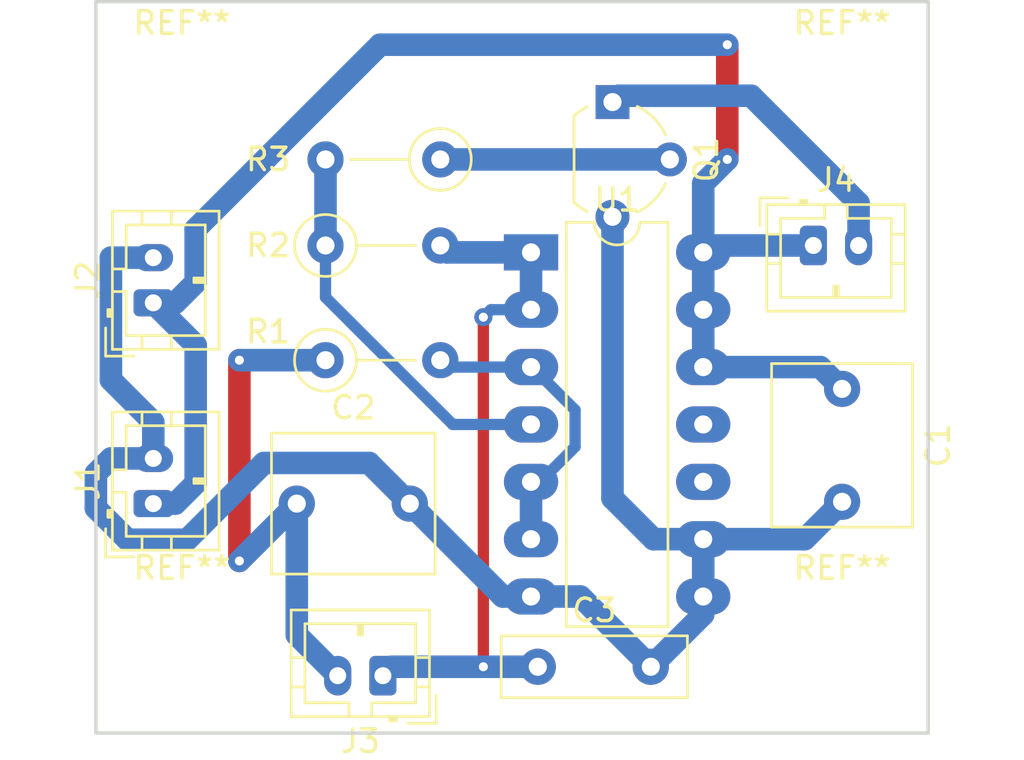
<source format=kicad_pcb>
(kicad_pcb (version 20171130) (host pcbnew 5.0.2-bee76a0~70~ubuntu18.04.1)

  (general
    (thickness 1.6)
    (drawings 4)
    (tracks 81)
    (zones 0)
    (modules 16)
    (nets 11)
  )

  (page A4)
  (layers
    (0 F.Cu signal)
    (31 B.Cu signal)
    (32 B.Adhes user)
    (33 F.Adhes user)
    (34 B.Paste user)
    (35 F.Paste user)
    (36 B.SilkS user)
    (37 F.SilkS user)
    (38 B.Mask user)
    (39 F.Mask user)
    (40 Dwgs.User user)
    (41 Cmts.User user)
    (42 Eco1.User user)
    (43 Eco2.User user)
    (44 Edge.Cuts user)
    (45 Margin user)
    (46 B.CrtYd user)
    (47 F.CrtYd user)
    (48 B.Fab user)
    (49 F.Fab user)
  )

  (setup
    (last_trace_width 1)
    (user_trace_width 0.5)
    (trace_clearance 0.5)
    (zone_clearance 0.508)
    (zone_45_only no)
    (trace_min 0.2)
    (segment_width 0.2)
    (edge_width 0.15)
    (via_size 0.8)
    (via_drill 0.4)
    (via_min_size 0.4)
    (via_min_drill 0.3)
    (uvia_size 0.3)
    (uvia_drill 0.1)
    (uvias_allowed no)
    (uvia_min_size 0.2)
    (uvia_min_drill 0.1)
    (pcb_text_width 0.3)
    (pcb_text_size 1.5 1.5)
    (mod_edge_width 0.15)
    (mod_text_size 1 1)
    (mod_text_width 0.15)
    (pad_size 1.524 1.524)
    (pad_drill 0.762)
    (pad_to_mask_clearance 0.051)
    (solder_mask_min_width 0.25)
    (aux_axis_origin 0 0)
    (visible_elements FFFFFF7F)
    (pcbplotparams
      (layerselection 0x010fc_ffffffff)
      (usegerberextensions false)
      (usegerberattributes false)
      (usegerberadvancedattributes false)
      (creategerberjobfile false)
      (excludeedgelayer true)
      (linewidth 0.100000)
      (plotframeref false)
      (viasonmask false)
      (mode 1)
      (useauxorigin false)
      (hpglpennumber 1)
      (hpglpenspeed 20)
      (hpglpendiameter 15.000000)
      (psnegative false)
      (psa4output false)
      (plotreference true)
      (plotvalue true)
      (plotinvisibletext false)
      (padsonsilk false)
      (subtractmaskfromsilk false)
      (outputformat 1)
      (mirror false)
      (drillshape 0)
      (scaleselection 1)
      (outputdirectory ""))
  )

  (net 0 "")
  (net 1 GND)
  (net 2 +12V)
  (net 3 "Net-(C2-Pad1)")
  (net 4 "Net-(C3-Pad1)")
  (net 5 "Net-(J4-Pad2)")
  (net 6 "Net-(Q1-Pad2)")
  (net 7 "Net-(R1-Pad2)")
  (net 8 "Net-(R2-Pad1)")
  (net 9 "Net-(U1-Pad10)")
  (net 10 "Net-(U1-Pad11)")

  (net_class Default "This is the default net class."
    (clearance 0.5)
    (trace_width 1)
    (via_dia 0.8)
    (via_drill 0.4)
    (uvia_dia 0.3)
    (uvia_drill 0.1)
    (add_net +12V)
    (add_net GND)
    (add_net "Net-(C2-Pad1)")
    (add_net "Net-(C3-Pad1)")
    (add_net "Net-(J4-Pad2)")
    (add_net "Net-(Q1-Pad2)")
    (add_net "Net-(R1-Pad2)")
    (add_net "Net-(R2-Pad1)")
    (add_net "Net-(U1-Pad10)")
    (add_net "Net-(U1-Pad11)")
  )

  (net_class Thin ""
    (clearance 0.5)
    (trace_width 0.5)
    (via_dia 0.8)
    (via_drill 0.4)
    (uvia_dia 0.3)
    (uvia_drill 0.1)
  )

  (module Capacitor_THT:C_Rect_L7.0mm_W6.0mm_P5.00mm (layer F.Cu) (tedit 5AE50EF0) (tstamp 5C60AD3A)
    (at 147.32 97.79 270)
    (descr "C, Rect series, Radial, pin pitch=5.00mm, , length*width=7*6mm^2, Capacitor")
    (tags "C Rect series Radial pin pitch 5.00mm  length 7mm width 6mm Capacitor")
    (path /5C59FB8F)
    (fp_text reference C1 (at 2.5 -4.25 270) (layer F.SilkS)
      (effects (font (size 1 1) (thickness 0.15)))
    )
    (fp_text value 1u (at 2.5 4.25 270) (layer F.Fab)
      (effects (font (size 1 1) (thickness 0.15)))
    )
    (fp_text user %R (at 2.5 0 270) (layer F.Fab)
      (effects (font (size 1 1) (thickness 0.15)))
    )
    (fp_line (start 6.25 -3.25) (end -1.25 -3.25) (layer F.CrtYd) (width 0.05))
    (fp_line (start 6.25 3.25) (end 6.25 -3.25) (layer F.CrtYd) (width 0.05))
    (fp_line (start -1.25 3.25) (end 6.25 3.25) (layer F.CrtYd) (width 0.05))
    (fp_line (start -1.25 -3.25) (end -1.25 3.25) (layer F.CrtYd) (width 0.05))
    (fp_line (start 6.12 -3.12) (end 6.12 3.12) (layer F.SilkS) (width 0.12))
    (fp_line (start -1.12 -3.12) (end -1.12 3.12) (layer F.SilkS) (width 0.12))
    (fp_line (start -1.12 3.12) (end 6.12 3.12) (layer F.SilkS) (width 0.12))
    (fp_line (start -1.12 -3.12) (end 6.12 -3.12) (layer F.SilkS) (width 0.12))
    (fp_line (start 6 -3) (end -1 -3) (layer F.Fab) (width 0.1))
    (fp_line (start 6 3) (end 6 -3) (layer F.Fab) (width 0.1))
    (fp_line (start -1 3) (end 6 3) (layer F.Fab) (width 0.1))
    (fp_line (start -1 -3) (end -1 3) (layer F.Fab) (width 0.1))
    (pad 2 thru_hole circle (at 5 0 270) (size 1.6 1.6) (drill 0.8) (layers *.Cu *.Mask)
      (net 1 GND))
    (pad 1 thru_hole circle (at 0 0 270) (size 1.6 1.6) (drill 0.8) (layers *.Cu *.Mask)
      (net 2 +12V))
    (model ${KISYS3DMOD}/Capacitor_THT.3dshapes/C_Rect_L7.0mm_W6.0mm_P5.00mm.wrl
      (at (xyz 0 0 0))
      (scale (xyz 1 1 1))
      (rotate (xyz 0 0 0))
    )
  )

  (module Capacitor_THT:C_Rect_L7.0mm_W6.0mm_P5.00mm (layer F.Cu) (tedit 5AE50EF0) (tstamp 5C60AEC6)
    (at 123.19 102.87)
    (descr "C, Rect series, Radial, pin pitch=5.00mm, , length*width=7*6mm^2, Capacitor")
    (tags "C Rect series Radial pin pitch 5.00mm  length 7mm width 6mm Capacitor")
    (path /5C59F2C3)
    (fp_text reference C2 (at 2.5 -4.25) (layer F.SilkS)
      (effects (font (size 1 1) (thickness 0.15)))
    )
    (fp_text value 1u (at 2.5 4.25) (layer F.Fab)
      (effects (font (size 1 1) (thickness 0.15)))
    )
    (fp_line (start -1 -3) (end -1 3) (layer F.Fab) (width 0.1))
    (fp_line (start -1 3) (end 6 3) (layer F.Fab) (width 0.1))
    (fp_line (start 6 3) (end 6 -3) (layer F.Fab) (width 0.1))
    (fp_line (start 6 -3) (end -1 -3) (layer F.Fab) (width 0.1))
    (fp_line (start -1.12 -3.12) (end 6.12 -3.12) (layer F.SilkS) (width 0.12))
    (fp_line (start -1.12 3.12) (end 6.12 3.12) (layer F.SilkS) (width 0.12))
    (fp_line (start -1.12 -3.12) (end -1.12 3.12) (layer F.SilkS) (width 0.12))
    (fp_line (start 6.12 -3.12) (end 6.12 3.12) (layer F.SilkS) (width 0.12))
    (fp_line (start -1.25 -3.25) (end -1.25 3.25) (layer F.CrtYd) (width 0.05))
    (fp_line (start -1.25 3.25) (end 6.25 3.25) (layer F.CrtYd) (width 0.05))
    (fp_line (start 6.25 3.25) (end 6.25 -3.25) (layer F.CrtYd) (width 0.05))
    (fp_line (start 6.25 -3.25) (end -1.25 -3.25) (layer F.CrtYd) (width 0.05))
    (fp_text user %R (at 2.5 0) (layer F.Fab)
      (effects (font (size 1 1) (thickness 0.15)))
    )
    (pad 1 thru_hole circle (at 0 0) (size 1.6 1.6) (drill 0.8) (layers *.Cu *.Mask)
      (net 3 "Net-(C2-Pad1)"))
    (pad 2 thru_hole circle (at 5 0) (size 1.6 1.6) (drill 0.8) (layers *.Cu *.Mask)
      (net 1 GND))
    (model ${KISYS3DMOD}/Capacitor_THT.3dshapes/C_Rect_L7.0mm_W6.0mm_P5.00mm.wrl
      (at (xyz 0 0 0))
      (scale (xyz 1 1 1))
      (rotate (xyz 0 0 0))
    )
  )

  (module Capacitor_THT:C_Disc_D8.0mm_W2.5mm_P5.00mm (layer F.Cu) (tedit 5AE50EF0) (tstamp 5C60AE90)
    (at 133.855001 110.095001)
    (descr "C, Disc series, Radial, pin pitch=5.00mm, , diameter*width=8*2.5mm^2, Capacitor, http://cdn-reichelt.de/documents/datenblatt/B300/DS_KERKO_TC.pdf")
    (tags "C Disc series Radial pin pitch 5.00mm  diameter 8mm width 2.5mm Capacitor")
    (path /5C59EFC5)
    (fp_text reference C3 (at 2.5 -2.5) (layer F.SilkS)
      (effects (font (size 1 1) (thickness 0.15)))
    )
    (fp_text value 10n (at 2.5 2.5) (layer F.Fab)
      (effects (font (size 1 1) (thickness 0.15)))
    )
    (fp_line (start -1.5 -1.25) (end -1.5 1.25) (layer F.Fab) (width 0.1))
    (fp_line (start -1.5 1.25) (end 6.5 1.25) (layer F.Fab) (width 0.1))
    (fp_line (start 6.5 1.25) (end 6.5 -1.25) (layer F.Fab) (width 0.1))
    (fp_line (start 6.5 -1.25) (end -1.5 -1.25) (layer F.Fab) (width 0.1))
    (fp_line (start -1.62 -1.37) (end 6.62 -1.37) (layer F.SilkS) (width 0.12))
    (fp_line (start -1.62 1.37) (end 6.62 1.37) (layer F.SilkS) (width 0.12))
    (fp_line (start -1.62 -1.37) (end -1.62 1.37) (layer F.SilkS) (width 0.12))
    (fp_line (start 6.62 -1.37) (end 6.62 1.37) (layer F.SilkS) (width 0.12))
    (fp_line (start -1.75 -1.5) (end -1.75 1.5) (layer F.CrtYd) (width 0.05))
    (fp_line (start -1.75 1.5) (end 6.75 1.5) (layer F.CrtYd) (width 0.05))
    (fp_line (start 6.75 1.5) (end 6.75 -1.5) (layer F.CrtYd) (width 0.05))
    (fp_line (start 6.75 -1.5) (end -1.75 -1.5) (layer F.CrtYd) (width 0.05))
    (fp_text user %R (at 2.5 0) (layer F.Fab)
      (effects (font (size 1 1) (thickness 0.15)))
    )
    (pad 1 thru_hole circle (at 0 0) (size 1.6 1.6) (drill 0.8) (layers *.Cu *.Mask)
      (net 4 "Net-(C3-Pad1)"))
    (pad 2 thru_hole circle (at 5 0) (size 1.6 1.6) (drill 0.8) (layers *.Cu *.Mask)
      (net 1 GND))
    (model ${KISYS3DMOD}/Capacitor_THT.3dshapes/C_Disc_D8.0mm_W2.5mm_P5.00mm.wrl
      (at (xyz 0 0 0))
      (scale (xyz 1 1 1))
      (rotate (xyz 0 0 0))
    )
  )

  (module Connector_JST:JST_PH_B2B-PH-K_1x02_P2.00mm_Vertical (layer F.Cu) (tedit 5B7745C2) (tstamp 5C60AE2C)
    (at 116.84 102.87 90)
    (descr "JST PH series connector, B2B-PH-K (http://www.jst-mfg.com/product/pdf/eng/ePH.pdf), generated with kicad-footprint-generator")
    (tags "connector JST PH side entry")
    (path /5C59E800)
    (fp_text reference J1 (at 1 -2.9 90) (layer F.SilkS)
      (effects (font (size 1 1) (thickness 0.15)))
    )
    (fp_text value "PWR IN" (at 1 4 90) (layer F.Fab)
      (effects (font (size 1 1) (thickness 0.15)))
    )
    (fp_line (start -2.06 -1.81) (end -2.06 2.91) (layer F.SilkS) (width 0.12))
    (fp_line (start -2.06 2.91) (end 4.06 2.91) (layer F.SilkS) (width 0.12))
    (fp_line (start 4.06 2.91) (end 4.06 -1.81) (layer F.SilkS) (width 0.12))
    (fp_line (start 4.06 -1.81) (end -2.06 -1.81) (layer F.SilkS) (width 0.12))
    (fp_line (start -0.3 -1.81) (end -0.3 -2.01) (layer F.SilkS) (width 0.12))
    (fp_line (start -0.3 -2.01) (end -0.6 -2.01) (layer F.SilkS) (width 0.12))
    (fp_line (start -0.6 -2.01) (end -0.6 -1.81) (layer F.SilkS) (width 0.12))
    (fp_line (start -0.3 -1.91) (end -0.6 -1.91) (layer F.SilkS) (width 0.12))
    (fp_line (start 0.5 -1.81) (end 0.5 -1.2) (layer F.SilkS) (width 0.12))
    (fp_line (start 0.5 -1.2) (end -1.45 -1.2) (layer F.SilkS) (width 0.12))
    (fp_line (start -1.45 -1.2) (end -1.45 2.3) (layer F.SilkS) (width 0.12))
    (fp_line (start -1.45 2.3) (end 3.45 2.3) (layer F.SilkS) (width 0.12))
    (fp_line (start 3.45 2.3) (end 3.45 -1.2) (layer F.SilkS) (width 0.12))
    (fp_line (start 3.45 -1.2) (end 1.5 -1.2) (layer F.SilkS) (width 0.12))
    (fp_line (start 1.5 -1.2) (end 1.5 -1.81) (layer F.SilkS) (width 0.12))
    (fp_line (start -2.06 -0.5) (end -1.45 -0.5) (layer F.SilkS) (width 0.12))
    (fp_line (start -2.06 0.8) (end -1.45 0.8) (layer F.SilkS) (width 0.12))
    (fp_line (start 4.06 -0.5) (end 3.45 -0.5) (layer F.SilkS) (width 0.12))
    (fp_line (start 4.06 0.8) (end 3.45 0.8) (layer F.SilkS) (width 0.12))
    (fp_line (start 0.9 2.3) (end 0.9 1.8) (layer F.SilkS) (width 0.12))
    (fp_line (start 0.9 1.8) (end 1.1 1.8) (layer F.SilkS) (width 0.12))
    (fp_line (start 1.1 1.8) (end 1.1 2.3) (layer F.SilkS) (width 0.12))
    (fp_line (start 1 2.3) (end 1 1.8) (layer F.SilkS) (width 0.12))
    (fp_line (start -1.11 -2.11) (end -2.36 -2.11) (layer F.SilkS) (width 0.12))
    (fp_line (start -2.36 -2.11) (end -2.36 -0.86) (layer F.SilkS) (width 0.12))
    (fp_line (start -1.11 -2.11) (end -2.36 -2.11) (layer F.Fab) (width 0.1))
    (fp_line (start -2.36 -2.11) (end -2.36 -0.86) (layer F.Fab) (width 0.1))
    (fp_line (start -1.95 -1.7) (end -1.95 2.8) (layer F.Fab) (width 0.1))
    (fp_line (start -1.95 2.8) (end 3.95 2.8) (layer F.Fab) (width 0.1))
    (fp_line (start 3.95 2.8) (end 3.95 -1.7) (layer F.Fab) (width 0.1))
    (fp_line (start 3.95 -1.7) (end -1.95 -1.7) (layer F.Fab) (width 0.1))
    (fp_line (start -2.45 -2.2) (end -2.45 3.3) (layer F.CrtYd) (width 0.05))
    (fp_line (start -2.45 3.3) (end 4.45 3.3) (layer F.CrtYd) (width 0.05))
    (fp_line (start 4.45 3.3) (end 4.45 -2.2) (layer F.CrtYd) (width 0.05))
    (fp_line (start 4.45 -2.2) (end -2.45 -2.2) (layer F.CrtYd) (width 0.05))
    (fp_text user %R (at 1 1.5 90) (layer F.Fab)
      (effects (font (size 1 1) (thickness 0.15)))
    )
    (pad 1 thru_hole roundrect (at 0 0 90) (size 1.2 1.75) (drill 0.75) (layers *.Cu *.Mask) (roundrect_rratio 0.208333)
      (net 2 +12V))
    (pad 2 thru_hole oval (at 2 0 90) (size 1.2 1.75) (drill 0.75) (layers *.Cu *.Mask)
      (net 1 GND))
    (model ${KISYS3DMOD}/Connector_JST.3dshapes/JST_PH_B2B-PH-K_1x02_P2.00mm_Vertical.wrl
      (at (xyz 0 0 0))
      (scale (xyz 1 1 1))
      (rotate (xyz 0 0 0))
    )
  )

  (module Connector_JST:JST_PH_B2B-PH-K_1x02_P2.00mm_Vertical (layer F.Cu) (tedit 5B7745C2) (tstamp 5C60AF3D)
    (at 116.84 93.98 90)
    (descr "JST PH series connector, B2B-PH-K (http://www.jst-mfg.com/product/pdf/eng/ePH.pdf), generated with kicad-footprint-generator")
    (tags "connector JST PH side entry")
    (path /5C59E722)
    (fp_text reference J2 (at 1 -2.9 90) (layer F.SilkS)
      (effects (font (size 1 1) (thickness 0.15)))
    )
    (fp_text value "PWR OUT" (at 1 4 90) (layer F.Fab)
      (effects (font (size 1 1) (thickness 0.15)))
    )
    (fp_line (start -2.06 -1.81) (end -2.06 2.91) (layer F.SilkS) (width 0.12))
    (fp_line (start -2.06 2.91) (end 4.06 2.91) (layer F.SilkS) (width 0.12))
    (fp_line (start 4.06 2.91) (end 4.06 -1.81) (layer F.SilkS) (width 0.12))
    (fp_line (start 4.06 -1.81) (end -2.06 -1.81) (layer F.SilkS) (width 0.12))
    (fp_line (start -0.3 -1.81) (end -0.3 -2.01) (layer F.SilkS) (width 0.12))
    (fp_line (start -0.3 -2.01) (end -0.6 -2.01) (layer F.SilkS) (width 0.12))
    (fp_line (start -0.6 -2.01) (end -0.6 -1.81) (layer F.SilkS) (width 0.12))
    (fp_line (start -0.3 -1.91) (end -0.6 -1.91) (layer F.SilkS) (width 0.12))
    (fp_line (start 0.5 -1.81) (end 0.5 -1.2) (layer F.SilkS) (width 0.12))
    (fp_line (start 0.5 -1.2) (end -1.45 -1.2) (layer F.SilkS) (width 0.12))
    (fp_line (start -1.45 -1.2) (end -1.45 2.3) (layer F.SilkS) (width 0.12))
    (fp_line (start -1.45 2.3) (end 3.45 2.3) (layer F.SilkS) (width 0.12))
    (fp_line (start 3.45 2.3) (end 3.45 -1.2) (layer F.SilkS) (width 0.12))
    (fp_line (start 3.45 -1.2) (end 1.5 -1.2) (layer F.SilkS) (width 0.12))
    (fp_line (start 1.5 -1.2) (end 1.5 -1.81) (layer F.SilkS) (width 0.12))
    (fp_line (start -2.06 -0.5) (end -1.45 -0.5) (layer F.SilkS) (width 0.12))
    (fp_line (start -2.06 0.8) (end -1.45 0.8) (layer F.SilkS) (width 0.12))
    (fp_line (start 4.06 -0.5) (end 3.45 -0.5) (layer F.SilkS) (width 0.12))
    (fp_line (start 4.06 0.8) (end 3.45 0.8) (layer F.SilkS) (width 0.12))
    (fp_line (start 0.9 2.3) (end 0.9 1.8) (layer F.SilkS) (width 0.12))
    (fp_line (start 0.9 1.8) (end 1.1 1.8) (layer F.SilkS) (width 0.12))
    (fp_line (start 1.1 1.8) (end 1.1 2.3) (layer F.SilkS) (width 0.12))
    (fp_line (start 1 2.3) (end 1 1.8) (layer F.SilkS) (width 0.12))
    (fp_line (start -1.11 -2.11) (end -2.36 -2.11) (layer F.SilkS) (width 0.12))
    (fp_line (start -2.36 -2.11) (end -2.36 -0.86) (layer F.SilkS) (width 0.12))
    (fp_line (start -1.11 -2.11) (end -2.36 -2.11) (layer F.Fab) (width 0.1))
    (fp_line (start -2.36 -2.11) (end -2.36 -0.86) (layer F.Fab) (width 0.1))
    (fp_line (start -1.95 -1.7) (end -1.95 2.8) (layer F.Fab) (width 0.1))
    (fp_line (start -1.95 2.8) (end 3.95 2.8) (layer F.Fab) (width 0.1))
    (fp_line (start 3.95 2.8) (end 3.95 -1.7) (layer F.Fab) (width 0.1))
    (fp_line (start 3.95 -1.7) (end -1.95 -1.7) (layer F.Fab) (width 0.1))
    (fp_line (start -2.45 -2.2) (end -2.45 3.3) (layer F.CrtYd) (width 0.05))
    (fp_line (start -2.45 3.3) (end 4.45 3.3) (layer F.CrtYd) (width 0.05))
    (fp_line (start 4.45 3.3) (end 4.45 -2.2) (layer F.CrtYd) (width 0.05))
    (fp_line (start 4.45 -2.2) (end -2.45 -2.2) (layer F.CrtYd) (width 0.05))
    (fp_text user %R (at 1 1.5 90) (layer F.Fab)
      (effects (font (size 1 1) (thickness 0.15)))
    )
    (pad 1 thru_hole roundrect (at 0 0 90) (size 1.2 1.75) (drill 0.75) (layers *.Cu *.Mask) (roundrect_rratio 0.208333)
      (net 2 +12V))
    (pad 2 thru_hole oval (at 2 0 90) (size 1.2 1.75) (drill 0.75) (layers *.Cu *.Mask)
      (net 1 GND))
    (model ${KISYS3DMOD}/Connector_JST.3dshapes/JST_PH_B2B-PH-K_1x02_P2.00mm_Vertical.wrl
      (at (xyz 0 0 0))
      (scale (xyz 1 1 1))
      (rotate (xyz 0 0 0))
    )
  )

  (module Connector_JST:JST_PH_B2B-PH-K_1x02_P2.00mm_Vertical (layer F.Cu) (tedit 5B7745C2) (tstamp 5C60AD87)
    (at 127 110.49 180)
    (descr "JST PH series connector, B2B-PH-K (http://www.jst-mfg.com/product/pdf/eng/ePH.pdf), generated with kicad-footprint-generator")
    (tags "connector JST PH side entry")
    (path /5C59E7B8)
    (fp_text reference J3 (at 1 -2.9 180) (layer F.SilkS)
      (effects (font (size 1 1) (thickness 0.15)))
    )
    (fp_text value Switch (at 1 4 180) (layer F.Fab)
      (effects (font (size 1 1) (thickness 0.15)))
    )
    (fp_text user %R (at 1 1.5 180) (layer F.Fab)
      (effects (font (size 1 1) (thickness 0.15)))
    )
    (fp_line (start 4.45 -2.2) (end -2.45 -2.2) (layer F.CrtYd) (width 0.05))
    (fp_line (start 4.45 3.3) (end 4.45 -2.2) (layer F.CrtYd) (width 0.05))
    (fp_line (start -2.45 3.3) (end 4.45 3.3) (layer F.CrtYd) (width 0.05))
    (fp_line (start -2.45 -2.2) (end -2.45 3.3) (layer F.CrtYd) (width 0.05))
    (fp_line (start 3.95 -1.7) (end -1.95 -1.7) (layer F.Fab) (width 0.1))
    (fp_line (start 3.95 2.8) (end 3.95 -1.7) (layer F.Fab) (width 0.1))
    (fp_line (start -1.95 2.8) (end 3.95 2.8) (layer F.Fab) (width 0.1))
    (fp_line (start -1.95 -1.7) (end -1.95 2.8) (layer F.Fab) (width 0.1))
    (fp_line (start -2.36 -2.11) (end -2.36 -0.86) (layer F.Fab) (width 0.1))
    (fp_line (start -1.11 -2.11) (end -2.36 -2.11) (layer F.Fab) (width 0.1))
    (fp_line (start -2.36 -2.11) (end -2.36 -0.86) (layer F.SilkS) (width 0.12))
    (fp_line (start -1.11 -2.11) (end -2.36 -2.11) (layer F.SilkS) (width 0.12))
    (fp_line (start 1 2.3) (end 1 1.8) (layer F.SilkS) (width 0.12))
    (fp_line (start 1.1 1.8) (end 1.1 2.3) (layer F.SilkS) (width 0.12))
    (fp_line (start 0.9 1.8) (end 1.1 1.8) (layer F.SilkS) (width 0.12))
    (fp_line (start 0.9 2.3) (end 0.9 1.8) (layer F.SilkS) (width 0.12))
    (fp_line (start 4.06 0.8) (end 3.45 0.8) (layer F.SilkS) (width 0.12))
    (fp_line (start 4.06 -0.5) (end 3.45 -0.5) (layer F.SilkS) (width 0.12))
    (fp_line (start -2.06 0.8) (end -1.45 0.8) (layer F.SilkS) (width 0.12))
    (fp_line (start -2.06 -0.5) (end -1.45 -0.5) (layer F.SilkS) (width 0.12))
    (fp_line (start 1.5 -1.2) (end 1.5 -1.81) (layer F.SilkS) (width 0.12))
    (fp_line (start 3.45 -1.2) (end 1.5 -1.2) (layer F.SilkS) (width 0.12))
    (fp_line (start 3.45 2.3) (end 3.45 -1.2) (layer F.SilkS) (width 0.12))
    (fp_line (start -1.45 2.3) (end 3.45 2.3) (layer F.SilkS) (width 0.12))
    (fp_line (start -1.45 -1.2) (end -1.45 2.3) (layer F.SilkS) (width 0.12))
    (fp_line (start 0.5 -1.2) (end -1.45 -1.2) (layer F.SilkS) (width 0.12))
    (fp_line (start 0.5 -1.81) (end 0.5 -1.2) (layer F.SilkS) (width 0.12))
    (fp_line (start -0.3 -1.91) (end -0.6 -1.91) (layer F.SilkS) (width 0.12))
    (fp_line (start -0.6 -2.01) (end -0.6 -1.81) (layer F.SilkS) (width 0.12))
    (fp_line (start -0.3 -2.01) (end -0.6 -2.01) (layer F.SilkS) (width 0.12))
    (fp_line (start -0.3 -1.81) (end -0.3 -2.01) (layer F.SilkS) (width 0.12))
    (fp_line (start 4.06 -1.81) (end -2.06 -1.81) (layer F.SilkS) (width 0.12))
    (fp_line (start 4.06 2.91) (end 4.06 -1.81) (layer F.SilkS) (width 0.12))
    (fp_line (start -2.06 2.91) (end 4.06 2.91) (layer F.SilkS) (width 0.12))
    (fp_line (start -2.06 -1.81) (end -2.06 2.91) (layer F.SilkS) (width 0.12))
    (pad 2 thru_hole oval (at 2 0 180) (size 1.2 1.75) (drill 0.75) (layers *.Cu *.Mask)
      (net 3 "Net-(C2-Pad1)"))
    (pad 1 thru_hole roundrect (at 0 0 180) (size 1.2 1.75) (drill 0.75) (layers *.Cu *.Mask) (roundrect_rratio 0.208333)
      (net 4 "Net-(C3-Pad1)"))
    (model ${KISYS3DMOD}/Connector_JST.3dshapes/JST_PH_B2B-PH-K_1x02_P2.00mm_Vertical.wrl
      (at (xyz 0 0 0))
      (scale (xyz 1 1 1))
      (rotate (xyz 0 0 0))
    )
  )

  (module Connector_JST:JST_PH_B2B-PH-K_1x02_P2.00mm_Vertical (layer F.Cu) (tedit 5B7745C2) (tstamp 5C60B333)
    (at 146.05 91.44)
    (descr "JST PH series connector, B2B-PH-K (http://www.jst-mfg.com/product/pdf/eng/ePH.pdf), generated with kicad-footprint-generator")
    (tags "connector JST PH side entry")
    (path /5C59E879)
    (fp_text reference J4 (at 1 -2.9) (layer F.SilkS)
      (effects (font (size 1 1) (thickness 0.15)))
    )
    (fp_text value SSR (at 1 4) (layer F.Fab)
      (effects (font (size 1 1) (thickness 0.15)))
    )
    (fp_text user %R (at 1 1.5) (layer F.Fab)
      (effects (font (size 1 1) (thickness 0.15)))
    )
    (fp_line (start 4.45 -2.2) (end -2.45 -2.2) (layer F.CrtYd) (width 0.05))
    (fp_line (start 4.45 3.3) (end 4.45 -2.2) (layer F.CrtYd) (width 0.05))
    (fp_line (start -2.45 3.3) (end 4.45 3.3) (layer F.CrtYd) (width 0.05))
    (fp_line (start -2.45 -2.2) (end -2.45 3.3) (layer F.CrtYd) (width 0.05))
    (fp_line (start 3.95 -1.7) (end -1.95 -1.7) (layer F.Fab) (width 0.1))
    (fp_line (start 3.95 2.8) (end 3.95 -1.7) (layer F.Fab) (width 0.1))
    (fp_line (start -1.95 2.8) (end 3.95 2.8) (layer F.Fab) (width 0.1))
    (fp_line (start -1.95 -1.7) (end -1.95 2.8) (layer F.Fab) (width 0.1))
    (fp_line (start -2.36 -2.11) (end -2.36 -0.86) (layer F.Fab) (width 0.1))
    (fp_line (start -1.11 -2.11) (end -2.36 -2.11) (layer F.Fab) (width 0.1))
    (fp_line (start -2.36 -2.11) (end -2.36 -0.86) (layer F.SilkS) (width 0.12))
    (fp_line (start -1.11 -2.11) (end -2.36 -2.11) (layer F.SilkS) (width 0.12))
    (fp_line (start 1 2.3) (end 1 1.8) (layer F.SilkS) (width 0.12))
    (fp_line (start 1.1 1.8) (end 1.1 2.3) (layer F.SilkS) (width 0.12))
    (fp_line (start 0.9 1.8) (end 1.1 1.8) (layer F.SilkS) (width 0.12))
    (fp_line (start 0.9 2.3) (end 0.9 1.8) (layer F.SilkS) (width 0.12))
    (fp_line (start 4.06 0.8) (end 3.45 0.8) (layer F.SilkS) (width 0.12))
    (fp_line (start 4.06 -0.5) (end 3.45 -0.5) (layer F.SilkS) (width 0.12))
    (fp_line (start -2.06 0.8) (end -1.45 0.8) (layer F.SilkS) (width 0.12))
    (fp_line (start -2.06 -0.5) (end -1.45 -0.5) (layer F.SilkS) (width 0.12))
    (fp_line (start 1.5 -1.2) (end 1.5 -1.81) (layer F.SilkS) (width 0.12))
    (fp_line (start 3.45 -1.2) (end 1.5 -1.2) (layer F.SilkS) (width 0.12))
    (fp_line (start 3.45 2.3) (end 3.45 -1.2) (layer F.SilkS) (width 0.12))
    (fp_line (start -1.45 2.3) (end 3.45 2.3) (layer F.SilkS) (width 0.12))
    (fp_line (start -1.45 -1.2) (end -1.45 2.3) (layer F.SilkS) (width 0.12))
    (fp_line (start 0.5 -1.2) (end -1.45 -1.2) (layer F.SilkS) (width 0.12))
    (fp_line (start 0.5 -1.81) (end 0.5 -1.2) (layer F.SilkS) (width 0.12))
    (fp_line (start -0.3 -1.91) (end -0.6 -1.91) (layer F.SilkS) (width 0.12))
    (fp_line (start -0.6 -2.01) (end -0.6 -1.81) (layer F.SilkS) (width 0.12))
    (fp_line (start -0.3 -2.01) (end -0.6 -2.01) (layer F.SilkS) (width 0.12))
    (fp_line (start -0.3 -1.81) (end -0.3 -2.01) (layer F.SilkS) (width 0.12))
    (fp_line (start 4.06 -1.81) (end -2.06 -1.81) (layer F.SilkS) (width 0.12))
    (fp_line (start 4.06 2.91) (end 4.06 -1.81) (layer F.SilkS) (width 0.12))
    (fp_line (start -2.06 2.91) (end 4.06 2.91) (layer F.SilkS) (width 0.12))
    (fp_line (start -2.06 -1.81) (end -2.06 2.91) (layer F.SilkS) (width 0.12))
    (pad 2 thru_hole oval (at 2 0) (size 1.2 1.75) (drill 0.75) (layers *.Cu *.Mask)
      (net 5 "Net-(J4-Pad2)"))
    (pad 1 thru_hole roundrect (at 0 0) (size 1.2 1.75) (drill 0.75) (layers *.Cu *.Mask) (roundrect_rratio 0.208333)
      (net 2 +12V))
    (model ${KISYS3DMOD}/Connector_JST.3dshapes/JST_PH_B2B-PH-K_1x02_P2.00mm_Vertical.wrl
      (at (xyz 0 0 0))
      (scale (xyz 1 1 1))
      (rotate (xyz 0 0 0))
    )
  )

  (module Resistor_THT:R_Axial_DIN0207_L6.3mm_D2.5mm_P5.08mm_Vertical (layer F.Cu) (tedit 5AE5139B) (tstamp 5C60AEF8)
    (at 124.46 96.52)
    (descr "Resistor, Axial_DIN0207 series, Axial, Vertical, pin pitch=5.08mm, 0.25W = 1/4W, length*diameter=6.3*2.5mm^2, http://cdn-reichelt.de/documents/datenblatt/B400/1_4W%23YAG.pdf")
    (tags "Resistor Axial_DIN0207 series Axial Vertical pin pitch 5.08mm 0.25W = 1/4W length 6.3mm diameter 2.5mm")
    (path /5C59EB5F)
    (fp_text reference R1 (at -2.54 -1.27) (layer F.SilkS)
      (effects (font (size 1 1) (thickness 0.15)))
    )
    (fp_text value 100k (at 2.54 0.635) (layer F.Fab)
      (effects (font (size 1 1) (thickness 0.15)))
    )
    (fp_circle (center 0 0) (end 1.25 0) (layer F.Fab) (width 0.1))
    (fp_circle (center 0 0) (end 1.37 0) (layer F.SilkS) (width 0.12))
    (fp_line (start 0 0) (end 5.08 0) (layer F.Fab) (width 0.1))
    (fp_line (start 1.37 0) (end 3.98 0) (layer F.SilkS) (width 0.12))
    (fp_line (start -1.5 -1.5) (end -1.5 1.5) (layer F.CrtYd) (width 0.05))
    (fp_line (start -1.5 1.5) (end 6.13 1.5) (layer F.CrtYd) (width 0.05))
    (fp_line (start 6.13 1.5) (end 6.13 -1.5) (layer F.CrtYd) (width 0.05))
    (fp_line (start 6.13 -1.5) (end -1.5 -1.5) (layer F.CrtYd) (width 0.05))
    (fp_text user %R (at 2.54 -2.37) (layer F.Fab)
      (effects (font (size 1 1) (thickness 0.15)))
    )
    (pad 1 thru_hole circle (at 0 0) (size 1.6 1.6) (drill 0.8) (layers *.Cu *.Mask)
      (net 3 "Net-(C2-Pad1)"))
    (pad 2 thru_hole oval (at 5.08 0) (size 1.6 1.6) (drill 0.8) (layers *.Cu *.Mask)
      (net 7 "Net-(R1-Pad2)"))
    (model ${KISYS3DMOD}/Resistor_THT.3dshapes/R_Axial_DIN0207_L6.3mm_D2.5mm_P5.08mm_Vertical.wrl
      (at (xyz 0 0 0))
      (scale (xyz 1 1 1))
      (rotate (xyz 0 0 0))
    )
  )

  (module Resistor_THT:R_Axial_DIN0207_L6.3mm_D2.5mm_P5.08mm_Vertical (layer F.Cu) (tedit 5AE5139B) (tstamp 5C60ADE7)
    (at 124.46 91.44)
    (descr "Resistor, Axial_DIN0207 series, Axial, Vertical, pin pitch=5.08mm, 0.25W = 1/4W, length*diameter=6.3*2.5mm^2, http://cdn-reichelt.de/documents/datenblatt/B400/1_4W%23YAG.pdf")
    (tags "Resistor Axial_DIN0207 series Axial Vertical pin pitch 5.08mm 0.25W = 1/4W length 6.3mm diameter 2.5mm")
    (path /5C59EBF0)
    (fp_text reference R2 (at -2.54 0) (layer F.SilkS)
      (effects (font (size 1 1) (thickness 0.15)))
    )
    (fp_text value 100k (at 2.54 0) (layer F.Fab)
      (effects (font (size 1 1) (thickness 0.15)))
    )
    (fp_text user %R (at 2.54 -2.37) (layer F.Fab)
      (effects (font (size 1 1) (thickness 0.15)))
    )
    (fp_line (start 6.13 -1.5) (end -1.5 -1.5) (layer F.CrtYd) (width 0.05))
    (fp_line (start 6.13 1.5) (end 6.13 -1.5) (layer F.CrtYd) (width 0.05))
    (fp_line (start -1.5 1.5) (end 6.13 1.5) (layer F.CrtYd) (width 0.05))
    (fp_line (start -1.5 -1.5) (end -1.5 1.5) (layer F.CrtYd) (width 0.05))
    (fp_line (start 1.37 0) (end 3.98 0) (layer F.SilkS) (width 0.12))
    (fp_line (start 0 0) (end 5.08 0) (layer F.Fab) (width 0.1))
    (fp_circle (center 0 0) (end 1.37 0) (layer F.SilkS) (width 0.12))
    (fp_circle (center 0 0) (end 1.25 0) (layer F.Fab) (width 0.1))
    (pad 2 thru_hole oval (at 5.08 0) (size 1.6 1.6) (drill 0.8) (layers *.Cu *.Mask)
      (net 4 "Net-(C3-Pad1)"))
    (pad 1 thru_hole circle (at 0 0) (size 1.6 1.6) (drill 0.8) (layers *.Cu *.Mask)
      (net 8 "Net-(R2-Pad1)"))
    (model ${KISYS3DMOD}/Resistor_THT.3dshapes/R_Axial_DIN0207_L6.3mm_D2.5mm_P5.08mm_Vertical.wrl
      (at (xyz 0 0 0))
      (scale (xyz 1 1 1))
      (rotate (xyz 0 0 0))
    )
  )

  (module Resistor_THT:R_Axial_DIN0207_L6.3mm_D2.5mm_P5.08mm_Vertical (layer F.Cu) (tedit 5AE5139B) (tstamp 5C60AD0C)
    (at 129.54 87.63 180)
    (descr "Resistor, Axial_DIN0207 series, Axial, Vertical, pin pitch=5.08mm, 0.25W = 1/4W, length*diameter=6.3*2.5mm^2, http://cdn-reichelt.de/documents/datenblatt/B400/1_4W%23YAG.pdf")
    (tags "Resistor Axial_DIN0207 series Axial Vertical pin pitch 5.08mm 0.25W = 1/4W length 6.3mm diameter 2.5mm")
    (path /5C5A3696)
    (fp_text reference R3 (at 7.62 0 180) (layer F.SilkS)
      (effects (font (size 1 1) (thickness 0.15)))
    )
    (fp_text value 10k (at 2.54 2.37 180) (layer F.Fab)
      (effects (font (size 1 1) (thickness 0.15)))
    )
    (fp_circle (center 0 0) (end 1.25 0) (layer F.Fab) (width 0.1))
    (fp_circle (center 0 0) (end 1.37 0) (layer F.SilkS) (width 0.12))
    (fp_line (start 0 0) (end 5.08 0) (layer F.Fab) (width 0.1))
    (fp_line (start 1.37 0) (end 3.98 0) (layer F.SilkS) (width 0.12))
    (fp_line (start -1.5 -1.5) (end -1.5 1.5) (layer F.CrtYd) (width 0.05))
    (fp_line (start -1.5 1.5) (end 6.13 1.5) (layer F.CrtYd) (width 0.05))
    (fp_line (start 6.13 1.5) (end 6.13 -1.5) (layer F.CrtYd) (width 0.05))
    (fp_line (start 6.13 -1.5) (end -1.5 -1.5) (layer F.CrtYd) (width 0.05))
    (fp_text user %R (at 2.54 -2.37 180) (layer F.Fab)
      (effects (font (size 1 1) (thickness 0.15)))
    )
    (pad 1 thru_hole circle (at 0 0 180) (size 1.6 1.6) (drill 0.8) (layers *.Cu *.Mask)
      (net 6 "Net-(Q1-Pad2)"))
    (pad 2 thru_hole oval (at 5.08 0 180) (size 1.6 1.6) (drill 0.8) (layers *.Cu *.Mask)
      (net 8 "Net-(R2-Pad1)"))
    (model ${KISYS3DMOD}/Resistor_THT.3dshapes/R_Axial_DIN0207_L6.3mm_D2.5mm_P5.08mm_Vertical.wrl
      (at (xyz 0 0 0))
      (scale (xyz 1 1 1))
      (rotate (xyz 0 0 0))
    )
  )

  (module Package_DIP:DIP-14_W7.62mm_LongPads (layer F.Cu) (tedit 5A02E8C5) (tstamp 5C60ACBC)
    (at 133.555001 91.745001)
    (descr "14-lead though-hole mounted DIP package, row spacing 7.62 mm (300 mils), LongPads")
    (tags "THT DIP DIL PDIP 2.54mm 7.62mm 300mil LongPads")
    (path /5C59E9C7)
    (fp_text reference U1 (at 3.81 -2.33) (layer F.SilkS)
      (effects (font (size 1 1) (thickness 0.15)))
    )
    (fp_text value 4011 (at 3.81 17.57) (layer F.Fab)
      (effects (font (size 1 1) (thickness 0.15)))
    )
    (fp_arc (start 3.81 -1.33) (end 2.81 -1.33) (angle -180) (layer F.SilkS) (width 0.12))
    (fp_line (start 1.635 -1.27) (end 6.985 -1.27) (layer F.Fab) (width 0.1))
    (fp_line (start 6.985 -1.27) (end 6.985 16.51) (layer F.Fab) (width 0.1))
    (fp_line (start 6.985 16.51) (end 0.635 16.51) (layer F.Fab) (width 0.1))
    (fp_line (start 0.635 16.51) (end 0.635 -0.27) (layer F.Fab) (width 0.1))
    (fp_line (start 0.635 -0.27) (end 1.635 -1.27) (layer F.Fab) (width 0.1))
    (fp_line (start 2.81 -1.33) (end 1.56 -1.33) (layer F.SilkS) (width 0.12))
    (fp_line (start 1.56 -1.33) (end 1.56 16.57) (layer F.SilkS) (width 0.12))
    (fp_line (start 1.56 16.57) (end 6.06 16.57) (layer F.SilkS) (width 0.12))
    (fp_line (start 6.06 16.57) (end 6.06 -1.33) (layer F.SilkS) (width 0.12))
    (fp_line (start 6.06 -1.33) (end 4.81 -1.33) (layer F.SilkS) (width 0.12))
    (fp_line (start -1.45 -1.55) (end -1.45 16.8) (layer F.CrtYd) (width 0.05))
    (fp_line (start -1.45 16.8) (end 9.1 16.8) (layer F.CrtYd) (width 0.05))
    (fp_line (start 9.1 16.8) (end 9.1 -1.55) (layer F.CrtYd) (width 0.05))
    (fp_line (start 9.1 -1.55) (end -1.45 -1.55) (layer F.CrtYd) (width 0.05))
    (fp_text user %R (at 3.81 7.62) (layer F.Fab)
      (effects (font (size 1 1) (thickness 0.15)))
    )
    (pad 1 thru_hole rect (at 0 0) (size 2.4 1.6) (drill 0.8) (layers *.Cu *.Mask)
      (net 4 "Net-(C3-Pad1)"))
    (pad 8 thru_hole oval (at 7.62 15.24) (size 2.4 1.6) (drill 0.8) (layers *.Cu *.Mask)
      (net 1 GND))
    (pad 2 thru_hole oval (at 0 2.54) (size 2.4 1.6) (drill 0.8) (layers *.Cu *.Mask)
      (net 4 "Net-(C3-Pad1)"))
    (pad 9 thru_hole oval (at 7.62 12.7) (size 2.4 1.6) (drill 0.8) (layers *.Cu *.Mask)
      (net 1 GND))
    (pad 3 thru_hole oval (at 0 5.08) (size 2.4 1.6) (drill 0.8) (layers *.Cu *.Mask)
      (net 7 "Net-(R1-Pad2)"))
    (pad 10 thru_hole oval (at 7.62 10.16) (size 2.4 1.6) (drill 0.8) (layers *.Cu *.Mask)
      (net 9 "Net-(U1-Pad10)"))
    (pad 4 thru_hole oval (at 0 7.62) (size 2.4 1.6) (drill 0.8) (layers *.Cu *.Mask)
      (net 8 "Net-(R2-Pad1)"))
    (pad 11 thru_hole oval (at 7.62 7.62) (size 2.4 1.6) (drill 0.8) (layers *.Cu *.Mask)
      (net 10 "Net-(U1-Pad11)"))
    (pad 5 thru_hole oval (at 0 10.16) (size 2.4 1.6) (drill 0.8) (layers *.Cu *.Mask)
      (net 7 "Net-(R1-Pad2)"))
    (pad 12 thru_hole oval (at 7.62 5.08) (size 2.4 1.6) (drill 0.8) (layers *.Cu *.Mask)
      (net 2 +12V))
    (pad 6 thru_hole oval (at 0 12.7) (size 2.4 1.6) (drill 0.8) (layers *.Cu *.Mask)
      (net 7 "Net-(R1-Pad2)"))
    (pad 13 thru_hole oval (at 7.62 2.54) (size 2.4 1.6) (drill 0.8) (layers *.Cu *.Mask)
      (net 2 +12V))
    (pad 7 thru_hole oval (at 0 15.24) (size 2.4 1.6) (drill 0.8) (layers *.Cu *.Mask)
      (net 1 GND))
    (pad 14 thru_hole oval (at 7.62 0) (size 2.4 1.6) (drill 0.8) (layers *.Cu *.Mask)
      (net 2 +12V))
    (model ${KISYS3DMOD}/Package_DIP.3dshapes/DIP-14_W7.62mm.wrl
      (at (xyz 0 0 0))
      (scale (xyz 1 1 1))
      (rotate (xyz 0 0 0))
    )
  )

  (module MountingHole:MountingHole_2.5mm (layer F.Cu) (tedit 56D1B4CB) (tstamp 5C60B9AA)
    (at 118.11 85.09)
    (descr "Mounting Hole 2.5mm, no annular")
    (tags "mounting hole 2.5mm no annular")
    (attr virtual)
    (fp_text reference REF** (at 0 -3.5) (layer F.SilkS)
      (effects (font (size 1 1) (thickness 0.15)))
    )
    (fp_text value MountingHole_2.5mm (at 0 3.5) (layer F.Fab)
      (effects (font (size 1 1) (thickness 0.15)))
    )
    (fp_circle (center 0 0) (end 2.75 0) (layer F.CrtYd) (width 0.05))
    (fp_circle (center 0 0) (end 2.5 0) (layer Cmts.User) (width 0.15))
    (fp_text user %R (at 0.3 0) (layer F.Fab)
      (effects (font (size 1 1) (thickness 0.15)))
    )
    (pad 1 np_thru_hole circle (at 0 0) (size 2.5 2.5) (drill 2.5) (layers *.Cu *.Mask))
  )

  (module MountingHole:MountingHole_2.5mm (layer F.Cu) (tedit 56D1B4CB) (tstamp 5C60B9B9)
    (at 147.32 85.09)
    (descr "Mounting Hole 2.5mm, no annular")
    (tags "mounting hole 2.5mm no annular")
    (attr virtual)
    (fp_text reference REF** (at 0 -3.5) (layer F.SilkS)
      (effects (font (size 1 1) (thickness 0.15)))
    )
    (fp_text value MountingHole_2.5mm (at 0 3.5) (layer F.Fab)
      (effects (font (size 1 1) (thickness 0.15)))
    )
    (fp_circle (center 0 0) (end 2.75 0) (layer F.CrtYd) (width 0.05))
    (fp_circle (center 0 0) (end 2.5 0) (layer Cmts.User) (width 0.15))
    (fp_text user %R (at 0.3 0) (layer F.Fab)
      (effects (font (size 1 1) (thickness 0.15)))
    )
    (pad 1 np_thru_hole circle (at 0 0) (size 2.5 2.5) (drill 2.5) (layers *.Cu *.Mask))
  )

  (module MountingHole:MountingHole_2.5mm (layer F.Cu) (tedit 56D1B4CB) (tstamp 5C60B9C8)
    (at 118.11 109.22)
    (descr "Mounting Hole 2.5mm, no annular")
    (tags "mounting hole 2.5mm no annular")
    (attr virtual)
    (fp_text reference REF** (at 0 -3.5) (layer F.SilkS)
      (effects (font (size 1 1) (thickness 0.15)))
    )
    (fp_text value MountingHole_2.5mm (at 0 3.5) (layer F.Fab)
      (effects (font (size 1 1) (thickness 0.15)))
    )
    (fp_circle (center 0 0) (end 2.75 0) (layer F.CrtYd) (width 0.05))
    (fp_circle (center 0 0) (end 2.5 0) (layer Cmts.User) (width 0.15))
    (fp_text user %R (at 0.3 0) (layer F.Fab)
      (effects (font (size 1 1) (thickness 0.15)))
    )
    (pad 1 np_thru_hole circle (at 0 0) (size 2.5 2.5) (drill 2.5) (layers *.Cu *.Mask))
  )

  (module MountingHole:MountingHole_2.5mm (layer F.Cu) (tedit 56D1B4CB) (tstamp 5C60B9FC)
    (at 147.32 109.22)
    (descr "Mounting Hole 2.5mm, no annular")
    (tags "mounting hole 2.5mm no annular")
    (attr virtual)
    (fp_text reference REF** (at 0 -3.5) (layer F.SilkS)
      (effects (font (size 1 1) (thickness 0.15)))
    )
    (fp_text value MountingHole_2.5mm (at 0 3.5) (layer F.Fab)
      (effects (font (size 1 1) (thickness 0.15)))
    )
    (fp_circle (center 0 0) (end 2.75 0) (layer F.CrtYd) (width 0.05))
    (fp_circle (center 0 0) (end 2.5 0) (layer Cmts.User) (width 0.15))
    (fp_text user %R (at 0.3 0) (layer F.Fab)
      (effects (font (size 1 1) (thickness 0.15)))
    )
    (pad 1 np_thru_hole circle (at 0 0) (size 2.5 2.5) (drill 2.5) (layers *.Cu *.Mask))
  )

  (module Package_TO_SOT_THT:TO-92L_Wide (layer F.Cu) (tedit 5A152D5B) (tstamp 5C629AFB)
    (at 137.16 85.09 270)
    (descr "TO-92L leads in-line (large body variant of TO-92), also known as TO-226, wide, drill 0.75mm (see https://www.diodes.com/assets/Package-Files/TO92L.pdf and http://www.ti.com/lit/an/snoa059/snoa059.pdf)")
    (tags "TO-92L Molded Wide transistor")
    (path /5C5A360E)
    (fp_text reference Q1 (at 2.55 -4.15 270) (layer F.SilkS)
      (effects (font (size 1 1) (thickness 0.15)))
    )
    (fp_text value BC547 (at 2.54 2.79 270) (layer F.Fab)
      (effects (font (size 1 1) (thickness 0.15)))
    )
    (fp_line (start -1 -3.55) (end -1 1.85) (layer B.CrtYd) (width 0.05))
    (fp_line (start 6.1 -3.55) (end -1 -3.55) (layer B.CrtYd) (width 0.05))
    (fp_line (start 6.1 1.85) (end 6.1 -3.55) (layer B.CrtYd) (width 0.05))
    (fp_line (start -1 1.85) (end 6.1 1.85) (layer B.CrtYd) (width 0.05))
    (fp_text user %R (at 2.55 0.05 270) (layer F.Fab)
      (effects (font (size 1 1) (thickness 0.15)))
    )
    (fp_line (start 0.6 1.7) (end 4.45 1.7) (layer F.SilkS) (width 0.12))
    (fp_line (start 0.65 1.6) (end 4.4 1.6) (layer F.Fab) (width 0.1))
    (fp_arc (start 2.54 0) (end 0.6 1.7) (angle 15.44288892) (layer F.SilkS) (width 0.12))
    (fp_arc (start 2.54 0) (end 1.45 -2.35) (angle -40.11670855) (layer F.SilkS) (width 0.12))
    (fp_arc (start 2.54 0) (end 3.6 -2.35) (angle 40.72153779) (layer F.SilkS) (width 0.12))
    (fp_arc (start 2.54 0) (end 2.54 -2.48) (angle 129.9527847) (layer F.Fab) (width 0.1))
    (fp_arc (start 2.54 0) (end 2.54 -2.48) (angle -130.2499344) (layer F.Fab) (width 0.1))
    (fp_arc (start 2.54 0) (end 4.45 1.7) (angle -15.88591585) (layer F.SilkS) (width 0.12))
    (pad 2 thru_hole circle (at 2.54 -2.54) (size 1.5 1.5) (drill 0.8) (layers *.Cu *.Mask)
      (net 6 "Net-(Q1-Pad2)"))
    (pad 3 thru_hole circle (at 5.08 0) (size 1.5 1.5) (drill 0.8) (layers *.Cu *.Mask)
      (net 1 GND))
    (pad 1 thru_hole rect (at 0 0) (size 1.5 1.5) (drill 0.8) (layers *.Cu *.Mask)
      (net 5 "Net-(J4-Pad2)"))
    (model ${KISYS3DMOD}/Package_TO_SOT_THT.3dshapes/TO-92L_Wide.wrl
      (at (xyz 0 0 0))
      (scale (xyz 1 1 1))
      (rotate (xyz 0 0 0))
    )
  )

  (gr_line (start 114.3 113.03) (end 114.3 80.645) (layer Edge.Cuts) (width 0.15))
  (gr_line (start 151.13 113.03) (end 114.3 113.03) (layer Edge.Cuts) (width 0.15))
  (gr_line (start 151.13 80.645) (end 151.13 113.03) (layer Edge.Cuts) (width 0.15))
  (gr_line (start 114.3 80.645) (end 151.13 80.645) (layer Edge.Cuts) (width 0.15))

  (segment (start 145.664999 104.445001) (end 141.175001 104.445001) (width 1) (layer B.Cu) (net 1))
  (segment (start 147.32 102.79) (end 145.664999 104.445001) (width 1) (layer B.Cu) (net 1))
  (segment (start 141.175001 104.445001) (end 141.175001 106.985001) (width 1) (layer B.Cu) (net 1))
  (segment (start 141.175001 107.775001) (end 138.855001 110.095001) (width 1) (layer B.Cu) (net 1))
  (segment (start 141.175001 106.985001) (end 141.175001 107.775001) (width 1) (layer B.Cu) (net 1))
  (segment (start 135.745001 106.985001) (end 138.855001 110.095001) (width 1) (layer B.Cu) (net 1))
  (segment (start 133.555001 106.985001) (end 135.745001 106.985001) (width 1) (layer B.Cu) (net 1))
  (segment (start 116.84 99.27) (end 116.84 100.87) (width 1) (layer B.Cu) (net 1))
  (segment (start 114.96499 97.39499) (end 116.84 99.27) (width 1) (layer B.Cu) (net 1))
  (segment (start 114.965 91.98) (end 114.96499 91.98001) (width 1) (layer B.Cu) (net 1))
  (segment (start 114.96499 91.98001) (end 114.96499 97.39499) (width 1) (layer B.Cu) (net 1))
  (segment (start 116.84 91.98) (end 114.965 91.98) (width 1) (layer B.Cu) (net 1))
  (segment (start 132.305001 106.985001) (end 128.19 102.87) (width 1) (layer B.Cu) (net 1))
  (segment (start 133.555001 106.985001) (end 132.305001 106.985001) (width 1) (layer B.Cu) (net 1))
  (segment (start 115.697226 104.47001) (end 114.3 103.072784) (width 1) (layer B.Cu) (net 1))
  (segment (start 118.336324 104.47001) (end 115.697226 104.47001) (width 1) (layer B.Cu) (net 1))
  (segment (start 121.736335 101.069999) (end 118.336324 104.47001) (width 1) (layer B.Cu) (net 1))
  (segment (start 128.19 102.87) (end 126.389999 101.069999) (width 1) (layer B.Cu) (net 1))
  (segment (start 126.389999 101.069999) (end 121.736335 101.069999) (width 1) (layer B.Cu) (net 1))
  (segment (start 114.965 100.87) (end 116.84 100.87) (width 1) (layer B.Cu) (net 1))
  (segment (start 114.3 101.535) (end 114.965 100.87) (width 1) (layer B.Cu) (net 1))
  (segment (start 114.3 103.072784) (end 114.3 101.535) (width 1) (layer B.Cu) (net 1))
  (segment (start 138.975001 104.445001) (end 141.175001 104.445001) (width 1) (layer B.Cu) (net 1))
  (segment (start 137.16 102.63) (end 138.975001 104.445001) (width 1) (layer B.Cu) (net 1))
  (segment (start 137.16 90.17) (end 137.16 102.63) (width 1) (layer B.Cu) (net 1))
  (segment (start 141.480002 91.44) (end 141.175001 91.745001) (width 1) (layer B.Cu) (net 2))
  (segment (start 146.05 91.44) (end 141.480002 91.44) (width 1) (layer B.Cu) (net 2))
  (segment (start 141.175001 91.745001) (end 141.175001 94.285001) (width 1) (layer B.Cu) (net 2))
  (segment (start 141.175001 94.285001) (end 141.175001 96.825001) (width 1) (layer B.Cu) (net 2))
  (segment (start 146.355001 96.825001) (end 147.32 97.79) (width 1) (layer B.Cu) (net 2))
  (segment (start 141.175001 96.825001) (end 146.355001 96.825001) (width 1) (layer B.Cu) (net 2))
  (segment (start 117.815 102.87) (end 116.84 102.87) (width 1) (layer B.Cu) (net 2))
  (segment (start 118.71501 101.96999) (end 117.815 102.87) (width 1) (layer B.Cu) (net 2))
  (segment (start 118.71501 95.85501) (end 118.71501 101.96999) (width 1) (layer B.Cu) (net 2))
  (segment (start 116.84 93.98) (end 118.71501 95.85501) (width 1) (layer B.Cu) (net 2))
  (via (at 142.24 87.63) (size 0.8) (drill 0.4) (layers F.Cu B.Cu) (net 2))
  (segment (start 141.175001 91.745001) (end 141.175001 88.694999) (width 1) (layer B.Cu) (net 2))
  (segment (start 141.175001 88.694999) (end 142.24 87.63) (width 1) (layer B.Cu) (net 2))
  (via (at 142.24 82.55) (size 0.8) (drill 0.4) (layers F.Cu B.Cu) (net 2))
  (segment (start 142.24 87.63) (end 142.24 82.55) (width 1) (layer F.Cu) (net 2))
  (segment (start 117.815 93.98) (end 116.84 93.98) (width 1) (layer B.Cu) (net 2))
  (segment (start 118.71501 93.07999) (end 117.815 93.98) (width 1) (layer B.Cu) (net 2))
  (segment (start 118.71501 90.710988) (end 118.71501 93.07999) (width 1) (layer B.Cu) (net 2))
  (segment (start 126.875998 82.55) (end 118.71501 90.710988) (width 1) (layer B.Cu) (net 2))
  (segment (start 142.24 82.55) (end 126.875998 82.55) (width 1) (layer B.Cu) (net 2))
  (segment (start 123.19 108.68) (end 125 110.49) (width 1) (layer B.Cu) (net 3))
  (segment (start 123.19 102.87) (end 123.19 108.68) (width 1) (layer B.Cu) (net 3))
  (via (at 120.65 105.41) (size 0.8) (drill 0.4) (layers F.Cu B.Cu) (net 3))
  (segment (start 123.19 102.87) (end 120.65 105.41) (width 1) (layer B.Cu) (net 3))
  (via (at 120.65 96.52) (size 0.8) (drill 0.4) (layers F.Cu B.Cu) (net 3))
  (segment (start 120.65 105.41) (end 120.65 96.52) (width 1) (layer F.Cu) (net 3))
  (segment (start 120.65 96.52) (end 124.46 96.52) (width 1) (layer B.Cu) (net 3))
  (segment (start 129.845001 91.745001) (end 129.54 91.44) (width 1) (layer B.Cu) (net 4))
  (segment (start 133.555001 91.745001) (end 129.845001 91.745001) (width 1) (layer B.Cu) (net 4))
  (segment (start 133.555001 91.745001) (end 133.555001 94.285001) (width 1) (layer B.Cu) (net 4))
  (segment (start 127.394999 110.095001) (end 127 110.49) (width 1) (layer B.Cu) (net 4))
  (via (at 131.445 94.615) (size 0.8) (drill 0.4) (layers F.Cu B.Cu) (net 4))
  (segment (start 133.555001 94.285001) (end 131.774999 94.285001) (width 0.5) (layer B.Cu) (net 4))
  (segment (start 131.774999 94.285001) (end 131.445 94.615) (width 0.5) (layer B.Cu) (net 4))
  (via (at 131.445 110.095001) (size 0.8) (drill 0.4) (layers F.Cu B.Cu) (net 4))
  (segment (start 131.445 94.615) (end 131.445 110.095001) (width 0.5) (layer F.Cu) (net 4))
  (segment (start 133.855001 110.095001) (end 131.445 110.095001) (width 1) (layer B.Cu) (net 4))
  (segment (start 131.445 110.095001) (end 127.394999 110.095001) (width 1) (layer B.Cu) (net 4))
  (segment (start 143.29499 84.80999) (end 148.05 89.565) (width 1) (layer B.Cu) (net 5))
  (segment (start 148.05 89.565) (end 148.05 91.44) (width 1) (layer B.Cu) (net 5))
  (segment (start 137.44001 84.80999) (end 143.29499 84.80999) (width 1) (layer B.Cu) (net 5))
  (segment (start 137.16 85.09) (end 137.44001 84.80999) (width 1) (layer B.Cu) (net 5))
  (segment (start 139.7 87.63) (end 129.54 87.63) (width 1) (layer B.Cu) (net 6))
  (segment (start 133.555001 101.905001) (end 133.555001 104.445001) (width 1) (layer B.Cu) (net 7))
  (segment (start 129.845001 96.825001) (end 129.54 96.52) (width 0.5) (layer B.Cu) (net 7))
  (segment (start 133.555001 96.825001) (end 129.845001 96.825001) (width 0.5) (layer B.Cu) (net 7))
  (segment (start 133.955001 101.905001) (end 133.555001 101.905001) (width 0.5) (layer B.Cu) (net 7))
  (segment (start 135.505011 100.354991) (end 133.955001 101.905001) (width 0.5) (layer B.Cu) (net 7))
  (segment (start 135.505011 98.722966) (end 135.505011 100.354991) (width 0.5) (layer B.Cu) (net 7))
  (segment (start 133.607046 96.825001) (end 135.505011 98.722966) (width 0.5) (layer B.Cu) (net 7))
  (segment (start 133.555001 96.825001) (end 133.607046 96.825001) (width 0.5) (layer B.Cu) (net 7))
  (segment (start 124.46 87.63) (end 124.46 91.44) (width 1) (layer B.Cu) (net 8))
  (segment (start 124.46 93.734002) (end 124.46 92.57137) (width 0.5) (layer B.Cu) (net 8))
  (segment (start 124.46 92.57137) (end 124.46 91.44) (width 0.5) (layer B.Cu) (net 8))
  (segment (start 130.090999 99.365001) (end 124.46 93.734002) (width 0.5) (layer B.Cu) (net 8))
  (segment (start 133.555001 99.365001) (end 130.090999 99.365001) (width 0.5) (layer B.Cu) (net 8))

)

</source>
